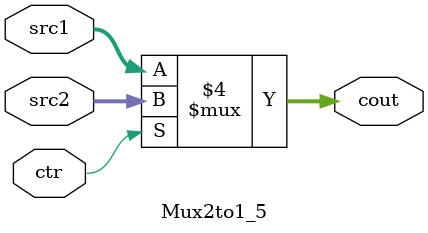
<source format=v>
`timescale 100fs/100fs
module Mux2to1_5(src1,src2,cout,ctr);

input ctr;
input [4:0]  src1, src2;
output reg [4:0] cout;

always @(src1,src2,ctr)
begin
    if (ctr==0)
        cout = src1;
    else
        cout = src2;
end
endmodule
</source>
